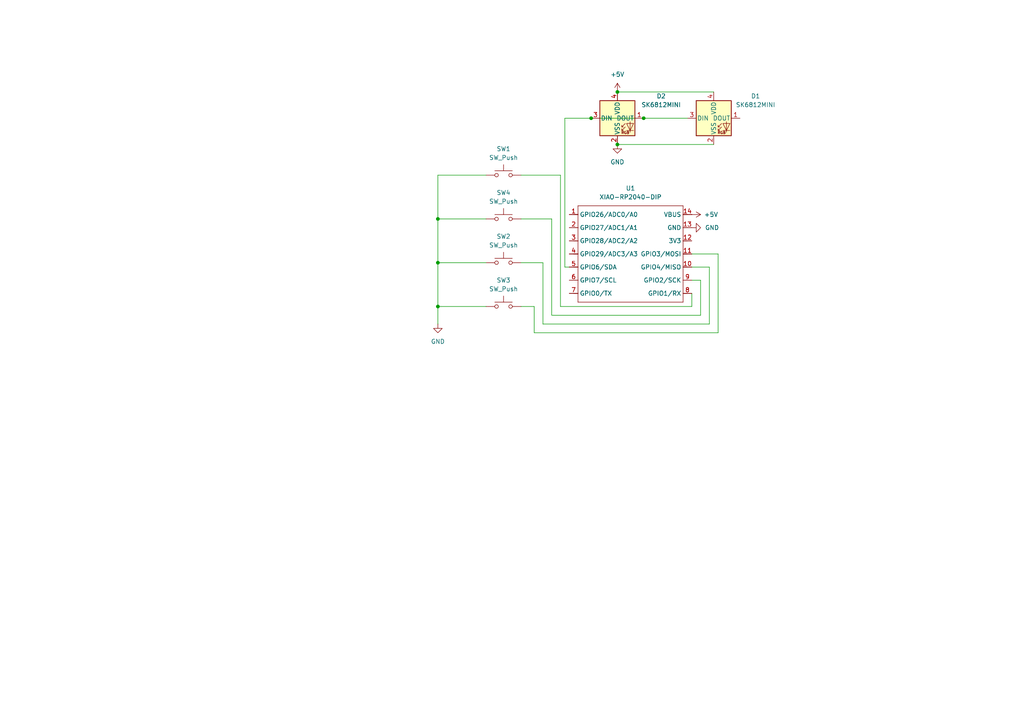
<source format=kicad_sch>
(kicad_sch (version 20250114) (generator "eeschema") (generator_version "9.0")
  (paper "A4")
  (lib_symbols
    (symbol "LED:SK6812MINI" (pin_names (offset 0.254))
      (property "Reference" "D" (at 5.08 5.715 0))
      (property "Value" "SK6812MINI" (at 1.27 -5.715 0))
      (symbol "SK6812MINI_0_0"
        (text "RGB" (at 2.286 -4.191 0) (effects (font (size 0.762 0.762))))
      )
      (symbol "SK6812MINI_0_1"
        (polyline (pts (xy 1.27 -2.54) (xy 1.778 -2.54)))
        (polyline (pts (xy 1.27 -3.556) (xy 1.778 -3.556)))
        (polyline (pts (xy 2.286 -1.524) (xy 1.27 -2.54) (xy 1.27 -2.032)))
        (polyline (pts (xy 2.286 -2.54) (xy 1.27 -3.556) (xy 1.27 -3.048)))
        (polyline (pts (xy 3.683 -1.016) (xy 3.683 -3.556) (xy 3.683 -4.064)))
        (polyline (pts (xy 4.699 -1.524) (xy 2.667 -1.524) (xy 3.683 -3.556) (xy 4.699 -1.524)))
        (polyline (pts (xy 4.699 -3.556) (xy 2.667 -3.556)))
        (rectangle (start 5.08 5.08) (end -5.08 -5.08) (stroke (width 0.254)) (fill (type background)))
      )
      (symbol "SK6812MINI_1_1"
        (pin input line (at -7.62 0 0) (length 2.54) (name "DIN") (number "3"))
        (pin power_in line (at 0 7.62 270) (length 2.54) (name "VDD") (number "4"))
        (pin power_in line (at 0 -7.62 90) (length 2.54) (name "VSS") (number "2"))
        (pin output line (at 7.62 0 180) (length 2.54) (name "DOUT") (number "1"))
      )
    )
    (symbol "OPL:XIAO-RP2040-DIP"
      (property "Reference" "U" (at 0 0 0))
      (property "Value" "XIAO-RP2040-DIP" (at 5.334 -1.778 0))
      (symbol "XIAO-RP2040-DIP_1_0"
        (polyline (pts (xy -1.27 -2.54) (xy 29.21 -2.54)) (stroke (width 0.1524)))
        (polyline (pts (xy -1.27 -5.08) (xy -2.54 -5.08)) (stroke (width 0.1524)))
        (polyline (pts (xy -1.27 -5.08) (xy -1.27 -2.54)) (stroke (width 0.1524)))
        (polyline (pts (xy -1.27 -8.89) (xy -2.54 -8.89)) (stroke (width 0.1524)))
        (polyline (pts (xy -1.27 -8.89) (xy -1.27 -5.08)) (stroke (width 0.1524)))
        (polyline (pts (xy -1.27 -12.7) (xy -2.54 -12.7)) (stroke (width 0.1524)))
        (polyline (pts (xy -1.27 -12.7) (xy -1.27 -8.89)) (stroke (width 0.1524)))
        (polyline (pts (xy -1.27 -16.51) (xy -2.54 -16.51)) (stroke (width 0.1524)))
        (polyline (pts (xy -1.27 -16.51) (xy -1.27 -12.7)) (stroke (width 0.1524)))
        (polyline (pts (xy -1.27 -20.32) (xy -2.54 -20.32)) (stroke (width 0.1524)))
        (polyline (pts (xy -1.27 -24.13) (xy -2.54 -24.13)) (stroke (width 0.1524)))
        (polyline (pts (xy -1.27 -27.94) (xy -2.54 -27.94)) (stroke (width 0.1524)))
        (polyline (pts (xy -1.27 -30.48) (xy -1.27 -16.51)) (stroke (width 0.1524)))
        (polyline (pts (xy 29.21 -2.54) (xy 29.21 -5.08)) (stroke (width 0.1524)))
        (polyline (pts (xy 29.21 -5.08) (xy 29.21 -8.89)) (stroke (width 0.1524)))
        (polyline (pts (xy 29.21 -8.89) (xy 29.21 -12.7)) (stroke (width 0.1524)))
        (polyline (pts (xy 29.21 -12.7) (xy 29.21 -30.48)) (stroke (width 0.1524)))
        (polyline (pts (xy 29.21 -30.48) (xy -1.27 -30.48)) (stroke (width 0.1524)))
        (polyline (pts (xy 30.48 -5.08) (xy 29.21 -5.08)) (stroke (width 0.1524)))
        (polyline (pts (xy 30.48 -8.89) (xy 29.21 -8.89)) (stroke (width 0.1524)))
        (polyline (pts (xy 30.48 -12.7) (xy 29.21 -12.7)) (stroke (width 0.1524)))
        (polyline (pts (xy 30.48 -16.51) (xy 29.21 -16.51)) (stroke (width 0.1524)))
        (polyline (pts (xy 30.48 -20.32) (xy 29.21 -20.32)) (stroke (width 0.1524)))
        (polyline (pts (xy 30.48 -24.13) (xy 29.21 -24.13)) (stroke (width 0.1524)))
        (polyline (pts (xy 30.48 -27.94) (xy 29.21 -27.94)) (stroke (width 0.1524)))
        (pin passive line (at -3.81 -5.08 0) (length 2.54) (name "GPIO26/ADC0/A0") (number "1"))
        (pin passive line (at -3.81 -8.89 0) (length 2.54) (name "GPIO27/ADC1/A1") (number "2"))
        (pin passive line (at -3.81 -12.7 0) (length 2.54) (name "GPIO28/ADC2/A2") (number "3"))
        (pin passive line (at -3.81 -16.51 0) (length 2.54) (name "GPIO29/ADC3/A3") (number "4"))
        (pin passive line (at -3.81 -20.32 0) (length 2.54) (name "GPIO6/SDA") (number "5"))
        (pin passive line (at -3.81 -24.13 0) (length 2.54) (name "GPIO7/SCL") (number "6"))
        (pin passive line (at -3.81 -27.94 0) (length 2.54) (name "GPIO0/TX") (number "7"))
        (pin passive line (at 31.75 -5.08 180) (length 2.54) (name "VBUS") (number "14"))
        (pin passive line (at 31.75 -8.89 180) (length 2.54) (name "GND") (number "13"))
        (pin passive line (at 31.75 -12.7 180) (length 2.54) (name "3V3") (number "12"))
        (pin passive line (at 31.75 -16.51 180) (length 2.54) (name "GPIO3/MOSI") (number "11"))
        (pin passive line (at 31.75 -20.32 180) (length 2.54) (name "GPIO4/MISO") (number "10"))
        (pin passive line (at 31.75 -24.13 180) (length 2.54) (name "GPIO2/SCK") (number "9"))
        (pin passive line (at 31.75 -27.94 180) (length 2.54) (name "GPIO1/RX") (number "8"))
      )
    )
    (symbol "Switch:SW_Push" (pin_numbers (hide yes)) (pin_names (offset 1.016) (hide yes))
      (property "Reference" "SW" (at 1.27 2.54 0))
      (property "Value" "SW_Push" (at 0 -1.524 0))
      (symbol "SW_Push_0_1"
        (circle (center -2.032 0) (radius 0.508))
        (polyline (pts (xy 0 1.27) (xy 0 3.048)))
        (circle (center 2.032 0) (radius 0.508))
        (polyline (pts (xy 2.54 1.27) (xy -2.54 1.27)))
        (pin passive line (at -5.08 0 0) (length 2.54) (name "1") (number "1"))
        (pin passive line (at 5.08 0 180) (length 2.54) (name "2") (number "2"))
      )
    )
    (symbol "power:+5V" (power) (pin_numbers (hide yes)) (pin_names (offset 0) (hide yes))
      (property "Value" "+5V" (at 0 3.556 0))
      (symbol "+5V_0_1"
        (polyline (pts (xy -0.762 1.27) (xy 0 2.54)))
        (polyline (pts (xy 0 2.54) (xy 0.762 1.27)))
        (polyline (pts (xy 0 0) (xy 0 2.54)))
      )
      (symbol "+5V_1_1"
        (pin power_in line (at 0 0 90) (length 0) (name "~") (number "1"))
      )
    )
    (symbol "power:GND" (power) (pin_numbers (hide yes)) (pin_names (offset 0) (hide yes))
      (property "Value" "GND" (at 0 -3.81 0))
      (symbol "GND_0_1"
        (polyline (pts (xy 0 0) (xy 0 -1.27) (xy 1.27 -1.27) (xy 0 -2.54) (xy -1.27 -1.27) (xy 0 -1.27)))
      )
      (symbol "GND_1_1"
        (pin power_in line (at 0 0 270) (length 0) (name "~") (number "1"))
      )
    )
  )
  (junction (at 179.07 26.67))
  (junction (at 179.07 41.91))
  (junction (at 127 88.9))
  (junction (at 127 76.2))
  (junction (at 127 63.5))
  (junction (at 186.69 34.29))
  (junction (at 171.45 34.29))
  (wire (pts (xy 157.48 93.98) (xy 205.74 93.98)))
  (wire (pts (xy 140.97 50.8) (xy 127 50.8)))
  (wire (pts (xy 127 63.5) (xy 127 76.2)))
  (wire (pts (xy 151.13 76.2) (xy 157.48 76.2)))
  (wire (pts (xy 207.01 26.67) (xy 179.07 26.67)))
  (wire (pts (xy 162.56 88.9) (xy 200.66 88.9)))
  (wire (pts (xy 127 63.5) (xy 140.97 63.5)))
  (wire (pts (xy 162.56 50.8) (xy 162.56 88.9)))
  (wire (pts (xy 186.69 34.29) (xy 199.39 34.29)))
  (wire (pts (xy 205.74 77.47) (xy 200.66 77.47)))
  (wire (pts (xy 127 88.9) (xy 140.97 88.9)))
  (wire (pts (xy 160.02 63.5) (xy 160.02 91.44)))
  (wire (pts (xy 203.2 91.44) (xy 203.2 81.28)))
  (wire (pts (xy 151.13 50.8) (xy 162.56 50.8)))
  (wire (pts (xy 208.28 73.66) (xy 200.66 73.66)))
  (wire (pts (xy 205.74 93.98) (xy 205.74 77.47)))
  (wire (pts (xy 154.94 88.9) (xy 154.94 96.52)))
  (wire (pts (xy 127 76.2) (xy 127 88.9)))
  (wire (pts (xy 163.83 34.29) (xy 163.83 77.47)))
  (wire (pts (xy 151.13 63.5) (xy 160.02 63.5)))
  (wire (pts (xy 203.2 81.28) (xy 200.66 81.28)))
  (wire (pts (xy 154.94 96.52) (xy 208.28 96.52)))
  (wire (pts (xy 186.69 34.29) (xy 171.45 34.29)))
  (wire (pts (xy 208.28 96.52) (xy 208.28 73.66)))
  (wire (pts (xy 127 50.8) (xy 127 63.5)))
  (wire (pts (xy 207.01 41.91) (xy 179.07 41.91)))
  (wire (pts (xy 127 93.98) (xy 127 88.9)))
  (wire (pts (xy 127 76.2) (xy 140.97 76.2)))
  (wire (pts (xy 171.45 34.29) (xy 163.83 34.29)))
  (wire (pts (xy 163.83 77.47) (xy 165.1 77.47)))
  (wire (pts (xy 151.13 88.9) (xy 154.94 88.9)))
  (wire (pts (xy 200.66 88.9) (xy 200.66 85.09)))
  (wire (pts (xy 160.02 91.44) (xy 203.2 91.44)))
  (wire (pts (xy 157.48 76.2) (xy 157.48 93.98)))
  (symbol (lib_id "Switch:SW_Push") (at 146.05 63.5 0) (unit 1)
    (property "Reference" "SW4" (at 146.05 55.88 0))
    (property "Value" "SW_Push" (at 146.05 58.42 0))
    (property "Footprint" "Button_Switch_Keyboard:SW_Cherry_MX_1.00u_PCB" (effects (hide yes)))
    (property "Description" "Push button switch, generic, two pins" (effects (hide yes)))
  )
  (symbol (lib_id "power:+5V") (at 200.66 62.23 270) (unit 1)
    (property "Reference" "#PWR05" (effects (hide yes)))
    (property "Value" "+5V" (at 206.248 62.23 90))
    (property "Description" "Power symbol creates a global label with name \"+5V\"" (effects (hide yes)))
  )
  (symbol (lib_id "power:GND") (at 127 93.98 0) (unit 1)
    (property "Reference" "#PWR03" (effects (hide yes)))
    (property "Value" "GND" (at 127 99.06 0))
    (property "Description" "Power symbol creates a global label with name \"GND\" , ground" (effects (hide yes)))
  )
  (symbol (lib_id "LED:SK6812MINI") (at 179.07 34.29 0) (unit 1)
    (property "Reference" "D2" (at 191.77 27.8698 0))
    (property "Value" "SK6812MINI" (at 191.77 30.4098 0))
    (property "Footprint" "LED_SMD:LED_SK6812MINI_PLCC4_3.5x3.5mm_P1.75mm" (effects (hide yes)))
    (property "Datasheet" "https://cdn-shop.adafruit.com/product-files/2686/SK6812MINI_REV.01-1-2.pdf" (effects (hide yes)))
    (property "Description" "RGB LED with integrated controller" (effects (hide yes)))
  )
  (symbol (lib_id "Switch:SW_Push") (at 146.05 76.2 0) (unit 1)
    (property "Reference" "SW2" (at 146.05 68.58 0))
    (property "Value" "SW_Push" (at 146.05 71.12 0))
    (property "Footprint" "Button_Switch_Keyboard:SW_Cherry_MX_1.00u_PCB" (effects (hide yes)))
    (property "Description" "Push button switch, generic, two pins" (effects (hide yes)))
  )
  (symbol (lib_id "LED:SK6812MINI") (at 207.01 34.29 0) (unit 1)
    (property "Reference" "D1" (at 219.1519 27.8698 0))
    (property "Value" "SK6812MINI" (at 219.1519 30.4098 0))
    (property "Footprint" "LED_SMD:LED_SK6812MINI_PLCC4_3.5x3.5mm_P1.75mm" (effects (hide yes)))
    (property "Datasheet" "https://cdn-shop.adafruit.com/product-files/2686/SK6812MINI_REV.01-1-2.pdf" (effects (hide yes)))
    (property "Description" "RGB LED with integrated controller" (effects (hide yes)))
  )
  (symbol (lib_id "Switch:SW_Push") (at 146.05 50.8 0) (unit 1)
    (property "Reference" "SW1" (at 146.05 43.18 0))
    (property "Value" "SW_Push" (at 146.05 45.72 0))
    (property "Footprint" "Button_Switch_Keyboard:SW_Cherry_MX_1.00u_PCB" (effects (hide yes)))
    (property "Description" "Push button switch, generic, two pins" (effects (hide yes)))
  )
  (symbol (lib_id "power:GND") (at 200.66 66.04 90) (unit 1)
    (property "Reference" "#PWR04" (effects (hide yes)))
    (property "Value" "GND" (at 204.47 66.0399 90) (effects (justify right)))
    (property "Description" "Power symbol creates a global label with name \"GND\" , ground" (effects (hide yes)))
  )
  (symbol (lib_id "power:GND") (at 179.07 41.91 0) (unit 1)
    (property "Reference" "#PWR01" (effects (hide yes)))
    (property "Value" "GND" (at 179.07 46.99 0))
    (property "Description" "Power symbol creates a global label with name \"GND\" , ground" (effects (hide yes)))
  )
  (symbol (lib_id "Switch:SW_Push") (at 146.05 88.9 0) (unit 1)
    (property "Reference" "SW3" (at 146.05 81.28 0))
    (property "Value" "SW_Push" (at 146.05 83.82 0))
    (property "Footprint" "Button_Switch_Keyboard:SW_Cherry_MX_1.00u_PCB" (effects (hide yes)))
    (property "Description" "Push button switch, generic, two pins" (effects (hide yes)))
  )
  (symbol (lib_id "power:+5V") (at 179.07 26.67 0) (unit 1)
    (property "Reference" "#PWR02" (effects (hide yes)))
    (property "Value" "+5V" (at 179.07 21.59 0))
    (property "Description" "Power symbol creates a global label with name \"+5V\"" (effects (hide yes)))
  )
  (symbol (lib_id "OPL:XIAO-RP2040-DIP") (at 168.91 57.15 0) (unit 1)
    (property "Reference" "U1" (at 182.88 54.61 0))
    (property "Value" "XIAO-RP2040-DIP" (at 182.88 57.15 0))
    (property "Footprint" "OPL:XIAO-RP2040-DIP" (effects (hide yes)))
  )
)
</source>
